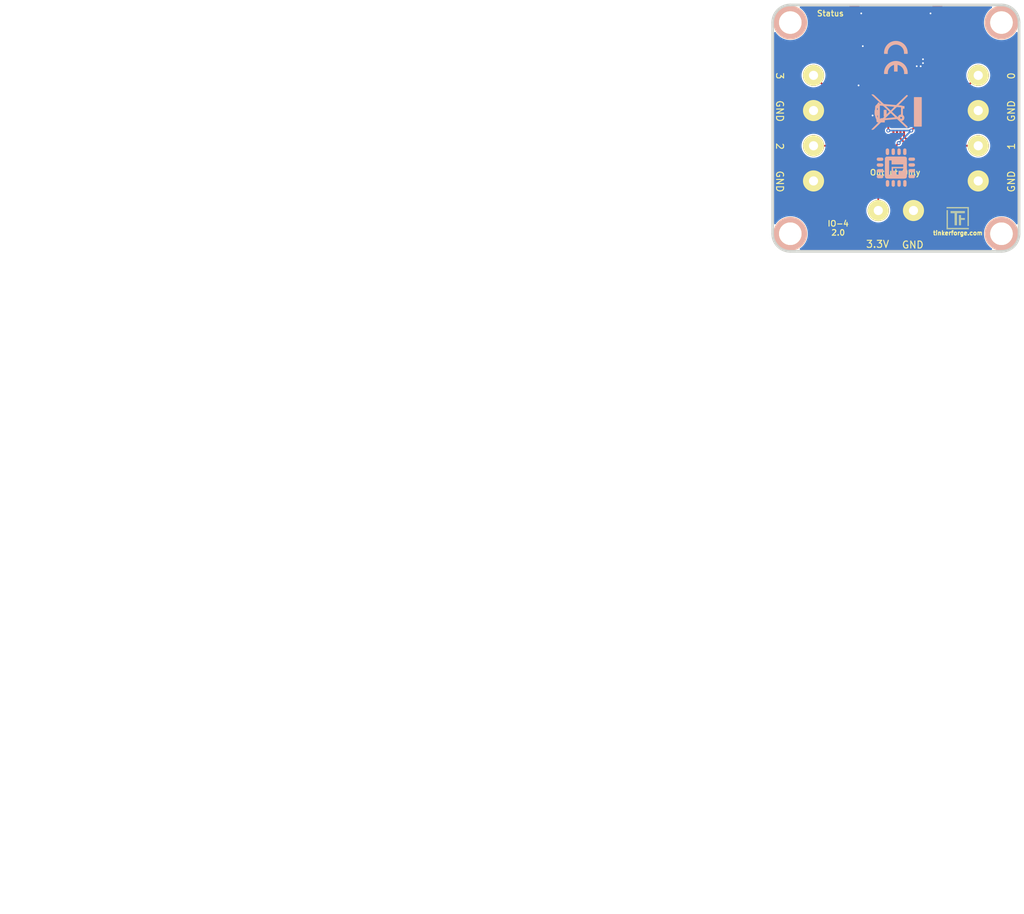
<source format=kicad_pcb>
(kicad_pcb (version 20211014) (generator pcbnew)
  (title_block (title "IO4 Bricklet 2.0") (date "2023-01-27") (rev "2.0") (company "Tinkerforge GmbH") (comment 1 "Licensed under CERN OHL v.1.1") (comment 2 "Copyright (©) 2023, T.Schneidermann <tim@tinkerforge.com>"))
  (layers (0 "F.Cu" signal "Vorderseite") (31 "B.Cu" signal "Rückseite") (34 "B.Paste" user) (35 "F.Paste" user) (36 "B.SilkS" user "B.Silkscreen") (37 "F.SilkS" user "F.Silkscreen") (38 "B.Mask" user) (39 "F.Mask" user) (44 "Edge.Cuts" user))
  (net 0 "")
  (net 1 "GND")
  (net 2 "VCC")
  (net 3 "Net-(J1-Pad1)")
  (net 4 "Net-(J2-Pad1)")
  (net 5 "Net-(J3-Pad2)")
  (net 6 "Net-(J4-Pad2)")
  (net 7 "Net-(P1-Pad1)")
  (net 8 "Net-(P1-Pad6)")
  (net 9 "Net-(C1-Pad1)")
  (net 10 "Net-(D1-Pad2)")
  (net 11 "Net-(P1-Pad4)")
  (net 12 "Net-(P1-Pad5)")
  (net 13 "Net-(P2-Pad1)")
  (net 14 "Net-(P3-Pad2)")
  (net 15 "Net-(R1-Pad1)")
  (net 16 "IO-1")
  (net 17 "IO-2")
  (net 18 "IO-3")
  (net 19 "IO-4")
  (net 20 "S-MISO")
  (net 21 "S-MOSI")
  (net 22 "S-CLK")
  (net 23 "S-CS")
  (net 24 "Net-(U1-Pad2)")
  (net 25 "Net-(U1-Pad3)")
  (net 26 "Net-(U1-Pad5)")
  (net 27 "Net-(U1-Pad6)")
  (net 28 "Net-(U1-Pad8)")
  (net 29 "Net-(U1-Pad16)")
  (net 30 "Net-(U1-Pad17)")
  (net 31 "Net-(U1-Pad18)")
  (net 32 "Net-(U1-Pad19)")
  (net 33 "Net-(U1-Pad20)")
  (net 34 "Net-(U1-Pad21)")
  (footprint "kicad-libraries:Logo_31x31" (layer "F.Cu") (at 148.4 95.6)
    (fp_text reference "Ref**" hide)
    (fp_text value "Val**" hide)
  )
  (footprint "kicad-libraries:Fiducial_Mark" (layer "F.Cu") (at 151.2 71.4 90)
    (fp_text reference "Fiducial_Mark" hide)
    (fp_text value "VAL**" hide)
    (pad "1" smd circle locked (at 0 0 90) (size 1.00076 1.00076) (layers "F.Cu" "F.Paste" "F.Mask") (clearance 0.65024))
  )
  (footprint "kicad-libraries:Fiducial_Mark" (layer "F.Cu") (at 130.2 96.4 90)
    (fp_text reference "Fiducial_Mark" hide)
    (fp_text value "VAL**" hide)
    (pad "1" smd circle locked (at 0 0 90) (size 1.00076 1.00076) (layers "F.Cu" "F.Paste" "F.Mask") (clearance 0.65024))
  )
  (footprint "kicad-libraries:DEBUG_PAD" (layer "F.Cu") (at 144 79.3 90)
    (fp_text reference "P2")
    (fp_text value "DEBUG")
    (pad "1" smd circle locked (at 0 0 90) (size 0.7 0.7) (layers "F.Cu" "F.Paste" "F.Mask") (net 13 "Net-(P2-Pad1)"))
  )
  (footprint "kicad-libraries:QFN24-4x4mm-0.5mm" (layer "F.Cu") (at 140 79.1)
    (fp_text reference "U1")
    (fp_text value "XMC1100")
    (pad "1" smd oval locked (at -2.025 -1.25) (size 1 0.3) (layers "F.Cu" "F.Paste" "F.Mask") (net 20 "S-MISO"))
    (pad "2" smd oval locked (at -2.025 -0.75) (size 1 0.3) (layers "F.Cu" "F.Paste" "F.Mask") (net 24 "Net-(U1-Pad2)"))
    (pad "3" smd oval locked (at -2.025 -0.25) (size 1 0.3) (layers "F.Cu" "F.Paste" "F.Mask") (net 25 "Net-(U1-Pad3)"))
    (pad "4" smd oval locked (at -2.025 0.25) (size 1 0.3) (layers "F.Cu" "F.Paste" "F.Mask") (net 14 "Net-(P3-Pad2)"))
    (pad "5" smd oval locked (at -2.025 0.75) (size 1 0.3) (layers "F.Cu" "F.Paste" "F.Mask") (net 26 "Net-(U1-Pad5)"))
    (pad "6" smd oval locked (at -2.025 1.25) (size 1 0.3) (layers "F.Cu" "F.Paste" "F.Mask") (net 27 "Net-(U1-Pad6)"))
    (pad "7" smd oval locked (at -1.25 2.025 90) (size 1 0.3) (layers "F.Cu" "F.Paste" "F.Mask") (net 15 "Net-(R1-Pad1)"))
    (pad "8" smd oval locked (at -0.75 2.025 90) (size 1 0.3) (layers "F.Cu" "F.Paste" "F.Mask") (net 28 "Net-(U1-Pad8)"))
    (pad "9" smd oval locked (at -0.25 2.025 90) (size 1 0.3) (layers "F.Cu" "F.Paste" "F.Mask") (net 1 "GND"))
    (pad "10" smd oval locked (at 0.25 2.025 90) (size 1 0.3) (layers "F.Cu" "F.Paste" "F.Mask") (net 2 "VCC"))
    (pad "11" smd oval locked (at 0.75 2.025 90) (size 1 0.3) (layers "F.Cu" "F.Paste" "F.Mask") (net 19 "IO-4"))
    (pad "12" smd oval locked (at 1.25 2.025 90) (size 1 0.3) (layers "F.Cu" "F.Paste" "F.Mask") (net 18 "IO-3"))
    (pad "13" smd oval locked (at 2.025 1.25) (size 1 0.3) (layers "F.Cu" "F.Paste" "F.Mask") (net 17 "IO-2"))
    (pad "14" smd oval locked (at 2.025 0.75) (size 1 0.3) (layers "F.Cu" "F.Paste" "F.Mask") (net 16 "IO-1"))
    (pad "15" smd oval locked (at 2.025 0.25) (size 1 0.3) (layers "F.Cu" "F.Paste" "F.Mask") (net 13 "Net-(P2-Pad1)"))
    (pad "16" smd oval locked (at 2.025 -0.25) (size 1 0.3) (layers "F.Cu" "F.Paste" "F.Mask") (net 29 "Net-(U1-Pad16)"))
    (pad "17" smd oval locked (at 2.025 -0.75) (size 1 0.3) (layers "F.Cu" "F.Paste" "F.Mask") (net 30 "Net-(U1-Pad17)"))
    (pad "18" smd oval locked (at 2.025 -1.25) (size 1 0.3) (layers "F.Cu" "F.Paste" "F.Mask") (net 31 "Net-(U1-Pad18)"))
    (pad "19" smd oval locked (at 1.25 -2.025 90) (size 1 0.3) (layers "F.Cu" "F.Paste" "F.Mask") (net 32 "Net-(U1-Pad19)"))
    (pad "20" smd oval locked (at 0.75 -2.025 90) (size 1 0.3) (layers "F.Cu" "F.Paste" "F.Mask") (net 33 "Net-(U1-Pad20)"))
    (pad "21" smd oval locked (at 0.25 -2.025 90) (size 1 0.3) (layers "F.Cu" "F.Paste" "F.Mask") (net 34 "Net-(U1-Pad21)"))
    (pad "22" smd oval locked (at -0.25 -2.025 90) (size 1 0.3) (layers "F.Cu" "F.Paste" "F.Mask") (net 23 "S-CS"))
    (pad "23" smd oval locked (at -0.75 -2.025 90) (size 1 0.3) (layers "F.Cu" "F.Paste" "F.Mask") (net 22 "S-CLK"))
    (pad "24" smd oval locked (at -1.25 -2.025 90) (size 1 0.3) (layers "F.Cu" "F.Paste" "F.Mask") (net 21 "S-MOSI"))
    (pad "EXP" smd rect locked (at -0.65 -0.65) (size 1.3 1.3) (layers "F.Cu" "F.Paste" "F.Mask") (net 1 "GND"))
    (pad "EXP" smd rect locked (at 0.65 0.65) (size 1.3 1.3) (layers "F.Cu" "F.Paste" "F.Mask") (net 1 "GND"))
    (pad "EXP" smd rect locked (at 0.65 -0.65) (size 1.3 1.3) (layers "F.Cu" "F.Paste" "F.Mask") (net 1 "GND"))
    (pad "EXP" smd rect locked (at -0.65 0.65) (size 1.3 1.3) (layers "F.Cu" "F.Paste" "F.Mask") (net 1 "GND"))
  )
  (footprint "kicad-libraries:Fiducial_Mark" (layer "F.Cu") (at 147.2 90.4 90)
    (fp_text reference "Fiducial_Mark" hide)
    (fp_text value "VAL**" hide)
    (pad "1" smd circle locked (at 0 0 90) (size 1.00076 1.00076) (layers "F.Cu" "F.Paste" "F.Mask") (clearance 0.65024))
  )
  (footprint "kicad-libraries:C0402F" (layer "F.Cu") (at 137 73.4 180)
    (fp_text reference "C1")
    (fp_text value "220pF")
    (pad "1" smd rect locked (at -0.5 0 180) (size 0.6 0.7) (layers "F.Cu" "F.Paste" "F.Mask") (net 9 "Net-(C1-Pad1)"))
    (pad "2" smd rect locked (at 0.5 0 180) (size 0.6 0.7) (layers "F.Cu" "F.Paste" "F.Mask") (net 1 "GND"))
  )
  (footprint "kicad-libraries:C0805" (layer "F.Cu") (at 143.6 73.4)
    (fp_text reference "C2")
    (fp_text value "10uF")
    (pad "1" smd rect locked (at -1.00076 0) (size 1.00076 1.24968) (layers "F.Cu" "F.Paste" "F.Mask") (net 2 "VCC") (clearance 0.14986))
    (pad "2" smd rect locked (at 1.00076 0) (size 1.00076 1.24968) (layers "F.Cu" "F.Paste" "F.Mask") (net 1 "GND") (clearance 0.14986))
  )
  (footprint "kicad-libraries:C0603F" (layer "F.Cu") (at 143.6 74.9)
    (fp_text reference "C3")
    (fp_text value "1uF")
    (pad "1" smd rect locked (at -0.75 0) (size 0.9 0.9) (layers "F.Cu" "F.Paste" "F.Mask") (net 2 "VCC"))
    (pad "2" smd rect locked (at 0.75 0) (size 0.9 0.9) (layers "F.Cu" "F.Paste" "F.Mask") (net 1 "GND"))
  )
  (footprint "kicad-libraries:C0603F" (layer "F.Cu") (at 139.4 82.6 180)
    (fp_text reference "C4")
    (fp_text value "100nF")
    (pad "1" smd rect locked (at -0.75 0 180) (size 0.9 0.9) (layers "F.Cu" "F.Paste" "F.Mask") (net 2 "VCC"))
    (pad "2" smd rect locked (at 0.75 0 180) (size 0.9 0.9) (layers "F.Cu" "F.Paste" "F.Mask") (net 1 "GND"))
  )
  (footprint "kicad-libraries:D0603F" (layer "F.Cu") (at 131.9 69.5 180)
    (fp_text reference "D1")
    (fp_text value "blue")
    (pad "1" smd rect locked (at -0.75 0 180) (size 0.9 0.9) (layers "F.Cu" "F.Paste" "F.Mask") (net 2 "VCC"))
    (pad "2" smd rect locked (at 0.75 0 180) (size 0.9 0.9) (layers "F.Cu" "F.Paste" "F.Mask") (net 10 "Net-(D1-Pad2)"))
  )
  (footprint "kicad-libraries:AKL_5_2" (layer "F.Cu") (at 152.9 79.4 -90)
    (fp_text reference "J1")
    (fp_text value "AKL_5_2")
    (pad "1" thru_hole circle locked (at -2.49936 0 270) (size 2.99974 2.99974) (drill 1.30048) (layers *.Cu *.Mask "F.SilkS") (net 3 "Net-(J1-Pad1)"))
    (pad "2" thru_hole circle locked (at 2.49936 0 270) (size 2.99974 2.99974) (drill 1.30048) (layers *.Cu *.Mask "F.SilkS") (net 1 "GND"))
  )
  (footprint "kicad-libraries:AKL_5_2" (layer "F.Cu") (at 152.9 89.4 -90)
    (fp_text reference "J2")
    (fp_text value "AKL_5_2")
    (pad "1" thru_hole circle locked (at -2.49936 0 270) (size 2.99974 2.99974) (drill 1.30048) (layers *.Cu *.Mask "F.SilkS") (net 4 "Net-(J2-Pad1)"))
    (pad "2" thru_hole circle locked (at 2.49936 0 270) (size 2.99974 2.99974) (drill 1.30048) (layers *.Cu *.Mask "F.SilkS") (net 1 "GND"))
  )
  (footprint "kicad-libraries:AKL_5_2" (layer "F.Cu") (at 129.5 89.4 90)
    (fp_text reference "J3")
    (fp_text value "AKL_5_2")
    (pad "1" thru_hole circle locked (at -2.49936 0 90) (size 2.99974 2.99974) (drill 1.30048) (layers *.Cu *.Mask "F.SilkS") (net 1 "GND"))
    (pad "2" thru_hole circle locked (at 2.49936 0 90) (size 2.99974 2.99974) (drill 1.30048) (layers *.Cu *.Mask "F.SilkS") (net 5 "Net-(J3-Pad2)"))
  )
  (footprint "kicad-libraries:AKL_5_2" (layer "F.Cu") (at 129.5 79.4 90)
    (fp_text reference "J4")
    (fp_text value "AKL_5_2")
    (pad "1" thru_hole circle locked (at -2.49936 0 90) (size 2.99974 2.99974) (drill 1.30048) (layers *.Cu *.Mask "F.SilkS") (net 1 "GND"))
    (pad "2" thru_hole circle locked (at 2.49936 0 90) (size 2.99974 2.99974) (drill 1.30048) (layers *.Cu *.Mask "F.SilkS") (net 6 "Net-(J4-Pad2)"))
  )
  (footprint "kicad-libraries:AKL_5_2" (layer "F.Cu") (at 141.2 96.1 180)
    (fp_text reference "J5")
    (fp_text value "AKL_5_2")
    (pad "1" thru_hole circle locked (at -2.49936 0 180) (size 2.99974 2.99974) (drill 1.30048) (layers *.Cu *.Mask "F.SilkS") (net 1 "GND"))
    (pad "2" thru_hole circle locked (at 2.49936 0 180) (size 2.99974 2.99974) (drill 1.30048) (layers *.Cu *.Mask "F.SilkS") (net 2 "VCC"))
  )
  (footprint "kicad-libraries:CON-SENSOR2" (layer "F.Cu") (at 141.2 66.9 180)
    (fp_text reference "P1")
    (fp_text value "CON-SENSOR2")
    (pad "1" smd rect locked (at -3.75 -4.6 180) (size 0.6 1.8) (layers "F.Cu" "F.Paste" "F.Mask") (net 7 "Net-(P1-Pad1)"))
    (pad "2" smd rect locked (at -2.5 -4.6 180) (size 0.6 1.8) (layers "F.Cu" "F.Paste" "F.Mask") (net 1 "GND"))
    (pad "3" smd rect locked (at -1.25 -4.6 180) (size 0.6 1.8) (layers "F.Cu" "F.Paste" "F.Mask") (net 2 "VCC"))
    (pad "4" smd rect locked (at 0 -4.6 180) (size 0.6 1.8) (layers "F.Cu" "F.Paste" "F.Mask") (net 11 "Net-(P1-Pad4)"))
    (pad "5" smd rect locked (at 1.25 -4.6 180) (size 0.6 1.8) (layers "F.Cu" "F.Paste" "F.Mask") (net 12 "Net-(P1-Pad5)"))
    (pad "6" smd rect locked (at 2.5 -4.6 180) (size 0.6 1.8) (layers "F.Cu" "F.Paste" "F.Mask") (net 8 "Net-(P1-Pad6)"))
    (pad "7" smd rect locked (at 3.75 -4.6 180) (size 0.6 1.8) (layers "F.Cu" "F.Paste" "F.Mask") (net 9 "Net-(C1-Pad1)"))
    (pad "EP" smd rect locked (at -5.9 -1.2 180) (size 1.4 2.4) (layers "F.Cu" "F.Paste" "F.Mask") (net 1 "GND"))
    (pad "EP" smd rect locked (at 5.9 -1.2 180) (size 1.4 2.4) (layers "F.Cu" "F.Paste" "F.Mask") (net 1 "GND"))
  )
  (footprint "kicad-libraries:SolderJumper" (layer "F.Cu") (at 136.1 79.3)
    (fp_text reference "P3")
    (fp_text value "BOOT")
    (pad "1" smd rect locked (at -0.225 0.55) (size 0.95 0.3) (layers "F.Cu" "F.Mask") (net 1 "GND"))
    (pad "1" smd rect locked (at -0.5 0) (size 0.4 1.4) (layers "F.Cu" "F.Mask") (net 1 "GND"))
    (pad "1" smd rect locked (at -0.225 -0.55) (size 0.95 0.3) (layers "F.Cu" "F.Mask") (net 1 "GND"))
    (pad "2" smd rect locked (at 0.15 0) (size 0.6 0.5) (layers "F.Cu" "F.Mask") (net 14 "Net-(P3-Pad2)"))
    (pad "2" smd rect locked (at 0.55 0) (size 0.3 1.4) (layers "F.Cu" "F.Mask") (net 14 "Net-(P3-Pad2)"))
  )
  (footprint "kicad-libraries:R0603F" (layer "F.Cu") (at 131.9 70.9 180)
    (fp_text reference "R1")
    (fp_text value "1k")
    (pad "1" smd rect locked (at -0.75 0 180) (size 0.9 0.9) (layers "F.Cu" "F.Paste" "F.Mask") (net 15 "Net-(R1-Pad1)"))
    (pad "2" smd rect locked (at 0.75 0 180) (size 0.9 0.9) (layers "F.Cu" "F.Paste" "F.Mask") (net 10 "Net-(D1-Pad2)"))
  )
  (footprint "kicad-libraries:4X0402" (layer "F.Cu") (at 141.6 84.5 180)
    (fp_text reference "RP1")
    (fp_text value "82")
    (pad "1" smd rect locked (at -0.7493 0.575) (size 0.29972 0.65) (layers "F.Cu" "F.Paste" "F.Mask") (net 16 "IO-1"))
    (pad "2" smd rect locked (at -0.24892 0.575) (size 0.29972 0.65) (layers "F.Cu" "F.Paste" "F.Mask") (net 17 "IO-2"))
    (pad "3" smd rect locked (at 0.24892 0.575) (size 0.29972 0.65) (layers "F.Cu" "F.Paste" "F.Mask") (net 18 "IO-3"))
    (pad "4" smd rect locked (at 0.7493 0.575) (size 0.29972 0.65) (layers "F.Cu" "F.Paste" "F.Mask") (net 19 "IO-4"))
    (pad "5" smd rect locked (at 0.7493 -0.575 180) (size 0.29972 0.65) (layers "F.Cu" "F.Paste" "F.Mask") (net 6 "Net-(J4-Pad2)"))
    (pad "6" smd rect locked (at 0.24892 -0.575 180) (size 0.29972 0.65) (layers "F.Cu" "F.Paste" "F.Mask") (net 5 "Net-(J3-Pad2)"))
    (pad "7" smd rect locked (at -0.24892 -0.575 180) (size 0.29972 0.65) (layers "F.Cu" "F.Paste" "F.Mask") (net 4 "Net-(J2-Pad1)"))
    (pad "8" smd rect locked (at -0.7493 -0.575 180) (size 0.29972 0.65) (layers "F.Cu" "F.Paste" "F.Mask") (net 3 "Net-(J1-Pad1)"))
  )
  (footprint "kicad-libraries:4X0402" (layer "F.Cu") (at 139.3 74 180)
    (fp_text reference "RP2")
    (fp_text value "82")
    (pad "1" smd rect locked (at -0.7493 0.575) (size 0.29972 0.65) (layers "F.Cu" "F.Paste" "F.Mask") (net 11 "Net-(P1-Pad4)"))
    (pad "2" smd rect locked (at -0.24892 0.575) (size 0.29972 0.65) (layers "F.Cu" "F.Paste" "F.Mask") (net 12 "Net-(P1-Pad5)"))
    (pad "3" smd rect locked (at 0.24892 0.575) (size 0.29972 0.65) (layers "F.Cu" "F.Paste" "F.Mask") (net 8 "Net-(P1-Pad6)"))
    (pad "4" smd rect locked (at 0.7493 0.575) (size 0.29972 0.65) (layers "F.Cu" "F.Paste" "F.Mask") (net 9 "Net-(C1-Pad1)"))
    (pad "5" smd rect locked (at 0.7493 -0.575 180) (size 0.29972 0.65) (layers "F.Cu" "F.Paste" "F.Mask") (net 20 "S-MISO"))
    (pad "6" smd rect locked (at 0.24892 -0.575 180) (size 0.29972 0.65) (layers "F.Cu" "F.Paste" "F.Mask") (net 21 "S-MOSI"))
    (pad "7" smd rect locked (at -0.24892 -0.575 180) (size 0.29972 0.65) (layers "F.Cu" "F.Paste" "F.Mask") (net 22 "S-CLK"))
    (pad "8" smd rect locked (at -0.7493 -0.575 180) (size 0.29972 0.65) (layers "F.Cu" "F.Paste" "F.Mask") (net 23 "S-CS"))
  )
  (footprint "kicad-libraries:DRILL_NP" (layer "F.Cu") (at 126.2 69.4 90)
    (fp_text reference "U2" hide)
    (fp_text value "DRILL" hide)
    (pad "" np_thru_hole circle (at 0 0 90) (size 3.2 3.2) (drill 3.2) (layers F&B.Cu *.Mask) (clearance 0.89))
  )
  (footprint "kicad-libraries:DRILL_NP" (layer "F.Cu") (at 156.2 69.4 180)
    (fp_text reference "U3" hide)
    (fp_text value "DRILL" hide)
    (pad "" np_thru_hole circle (at 0 0 180) (size 3.2 3.2) (drill 3.2) (layers F&B.Cu *.Mask) (clearance 0.89))
  )
  (footprint "kicad-libraries:DRILL_NP" (layer "F.Cu") (at 156.2 99.4 90)
    (fp_text reference "U4" hide)
    (fp_text value "DRILL" hide)
    (pad "" np_thru_hole circle (at 0 0 90) (size 3.2 3.2) (drill 3.2) (layers F&B.Cu *.Mask) (clearance 0.89))
  )
  (footprint "kicad-libraries:DRILL_NP" (layer "F.Cu") (at 126.2 99.4 180)
    (fp_text reference "U5" hide)
    (fp_text value "DRILL" hide)
    (pad "" np_thru_hole circle (at 0 0 180) (size 3.2 3.2) (drill 3.2) (layers F&B.Cu *.Mask) (clearance 0.89))
  )
  (footprint "kicad-libraries:WEEE_7mm" (layer "B.Cu") (at 141.3 82.1 -90)
    (fp_text reference "VAL" hide)
    (fp_text value "WEEE_7mm" hide)
  )
  (footprint "kicad-libraries:CE_5mm" (layer "B.Cu") (at 141.2 74.4 -90)
    (fp_text reference "VAL" hide)
    (fp_text value "CE_5mm" hide)
  )
  (footprint "kicad-libraries:Logo_CoMCU" (layer "B.Cu") (at 141.2 90 -90)
    (fp_text reference "G***" hide)
    (fp_text value "LOGO" hide)
  )
  (gr_line (start 156.2 101.9) (end 126.2 101.9) (layer "Edge.Cuts") (width 0.381))
  (gr_line (start 123.7 99.4) (end 123.7 69.4) (layer "Edge.Cuts") (width 0.381))
  (gr_arc (start 123.7 69.4) (mid 124.432233 67.632233) (end 126.2 66.9) (layer "Edge.Cuts") (width 0.381))
  (gr_arc (start 158.7 99.4) (mid 157.967767 101.167767) (end 156.2 101.9) (layer "Edge.Cuts") (width 0.381))
  (gr_arc (start 126.2 101.9) (mid 124.432233 101.167767) (end 123.7 99.4) (layer "Edge.Cuts") (width 0.381))
  (gr_line (start 158.7 69.4) (end 158.7 99.4) (layer "Edge.Cuts") (width 0.381))
  (gr_arc (start 156.2 66.9) (mid 157.967767 67.632233) (end 158.7 69.4) (layer "Edge.Cuts") (width 0.381))
  (gr_line (start 126.2 66.9) (end 156.2 66.9) (layer "Edge.Cuts") (width 0.381))
  (gr_text "GND" (at 157.60244 81.9756 90) (layer "F.SilkS") (effects (font (size 1.00076 1.00076) (thickness 0.14986))))
  (gr_text "GND" (at 124.70182 81.9756 270) (layer "F.SilkS") (effects (font (size 1.00076 1.00076) (thickness 0.14986))))
  (gr_text "Output Only" (at 141.1 90.7) (layer "F.SilkS") (effects (font (size 0.8001 0.8001) (thickness 0.14986))))
  (gr_text "GND" (at 157.60244 91.97558 90) (layer "F.SilkS") (effects (font (size 1.00076 1.00076) (thickness 0.14986))))
  (gr_text "2" (at 124.70182 86.97686 270) (layer "F.SilkS") (effects (font (size 1.00076 1.00076) (thickness 0.14986))))
  (gr_text "GND" (at 124.70182 91.97558 270) (layer "F.SilkS") (effects (font (size 1.00076 1.00076) (thickness 0.14986))))
  (gr_text "1" (at 157.60244 86.97686 90) (layer "F.SilkS") (effects (font (size 1.00076 1.00076) (thickness 0.14986))))
  (gr_text "3.3V" (at 138.6007 100.87734) (layer "F.SilkS") (effects (font (size 1.00076 1.00076) (thickness 0.14986))))
  (gr_text "Status" (at 131.9 68.1) (layer "F.SilkS") (effects (font (size 0.8 0.8))))
  (gr_text "GND" (at 143.60196 100.97734) (layer "F.SilkS") (effects (font (size 1.00076 1.00076) (thickness 0.14986))))
  (gr_text "IO-4\n2.0\n" (at 133 98.6) (layer "F.SilkS") (effects (font (size 0.8001 0.8001) (thickness 0.14986))))
  (gr_text "3" (at 124.70182 76.97688 270) (layer "F.SilkS") (effects (font (size 1.00076 1.00076) (thickness 0.14986))))
  (gr_text "0" (at 157.60244 76.97688 90) (layer "F.SilkS") (effects (font (size 1.00076 1.00076) (thickness 0.14986))))
  (gr_text "tinkerforge.com" (at 150 99.3) (layer "F.SilkS") (effects (font (size 0.6 0.6) (thickness 0.14986))))
  (segment (start 139.4 78.44) (end 140.7 78.44) (width 0.55) (layer "F.Cu") (net 1))
  (segment (start 140.7 78.44) (end 140.7 79.74) (width 0.55) (layer "F.Cu") (net 1))
  (segment (start 140.7 79.74) (end 139.4 79.74) (width 0.55) (layer "F.Cu") (net 1))
  (segment (start 143.95 73.39) (end 143.7 73.14) (width 0.5) (layer "F.Cu") (net 1))
  (segment (start 143.7 73.14) (end 143.7 71.5) (width 0.5) (layer "F.Cu") (net 1))
  (segment (start 144.32 74.36) (end 144.61076 74.06924) (width 0.5) (layer "F.Cu") (net 1))
  (segment (start 144.61076 74.06924) (end 144.61076 73.39) (width 0.5) (layer "F.Cu") (net 1))
  (segment (start 135.67 79.88) (end 135.61 79.82) (width 0.2) (layer "F.Cu") (net 1))
  (segment (start 135.61 79.82) (end 135.61 79.32) (width 0.2) (layer "F.Cu") (net 1))
  (segment (start 135.61 79.32) (end 135.62 79.33) (width 0.2) (layer "F.Cu") (net 1))
  (segment (start 135.62 78.81) (end 135.66 78.77) (width 0.2) (layer "F.Cu") (net 1))
  (segment (start 135.66 78.77) (end 136.01 78.77) (width 0.2) (layer "F.Cu") (net 1))
  (segment (start 136.01 78.77) (end 135.895 78.78) (width 0.2) (layer "F.Cu") (net 1))
  (segment (start 135.895 78.335) (end 135.9 78.33) (width 0.2) (layer "F.Cu") (net 1))
  (segment (start 144.78 74.88) (end 145.05 74.61) (width 0.55) (layer "F.Cu") (net 1))
  (segment (start 144.77 74.88) (end 145.05 75.16) (width 0.55) (layer "F.Cu") (net 1))
  (segment (start 144.32 75.21) (end 144.72 75.61) (width 0.55) (layer "F.Cu") (net 1))
  (segment (start 144.32 75.44) (end 144.16 75.6) (width 0.55) (layer "F.Cu") (net 1))
  (segment (start 144.71 75.6) (end 144.72 75.61) (width 0.55) (layer "F.Cu") (net 1))
  (segment (start 145.05 75.28) (end 144.72 75.61) (width 0.55) (layer "F.Cu") (net 1))
  (segment (start 144.16 75.04) (end 144.32 74.88) (width 0.55) (layer "F.Cu") (net 1))
  (segment (start 144.16 75.6) (end 144.71 75.6) (width 0.55) (layer "F.Cu") (net 1))
  (segment (start 135.3 68.1) (end 136.28 68.1) (width 0.55) (layer "F.Cu") (net 1))
  (segment (start 145.05 75.16) (end 145.05 75.28) (width 0.55) (layer "F.Cu") (net 1))
  (segment (start 139.75 80.09) (end 139.4 79.74) (width 0.2) (layer "F.Cu") (net 1))
  (segment (start 136.5 73.4) (end 136.5 72.75) (width 0.55) (layer "F.Cu") (net 1))
  (segment (start 144.78 74.88) (end 144.32 74.88) (width 0.55) (layer "F.Cu") (net 1))
  (segment (start 144.32 75.44) (end 144.32 74.88) (width 0.55) (layer "F.Cu") (net 1))
  (segment (start 135.895 78.78) (end 135.895 78.335) (width 0.2) (layer "F.Cu") (net 1))
  (segment (start 144.16 75.6) (end 144.16 75.04) (width 0.55) (layer "F.Cu") (net 1))
  (segment (start 139.75 81.59) (end 139.75 80.09) (width 0.2) (layer "F.Cu") (net 1))
  (segment (start 138.62 82.6) (end 137.89 82.6) (width 0.55) (layer "F.Cu") (net 1))
  (segment (start 139.13 82.6) (end 139.35 82.38) (width 0.2) (layer "F.Cu") (net 1))
  (segment (start 144.61076 73.39) (end 143.95 73.39) (width 0.5) (layer "F.Cu") (net 1))
  (segment (start 139.35 81.99) (end 139.75 81.59) (width 0.2) (layer "F.Cu") (net 1))
  (segment (start 135.895 79.88) (end 135.67 79.88) (width 0.2) (layer "F.Cu") (net 1))
  (segment (start 138.62 82.6) (end 139.13 82.6) (width 0.2) (layer "F.Cu") (net 1))
  (segment (start 145.05 75.16) (end 145.05 74.61) (width 0.55) (layer "F.Cu") (net 1))
  (segment (start 135.62 79.33) (end 135.62 78.81) (width 0.2) (layer "F.Cu") (net 1))
  (segment (start 144.32 74.88) (end 144.32 74.36) (width 0.5) (layer "F.Cu") (net 1))
  (segment (start 139.4 79.74) (end 139.4 78.44) (width 0.55) (layer "F.Cu") (net 1))
  (segment (start 147.1 68.1) (end 146.12 68.1) (width 0.55) (layer "F.Cu") (net 1))
  (segment (start 139.35 82.38) (end 139.35 81.99) (width 0.2) (layer "F.Cu") (net 1))
  (segment (start 144.32 74.88) (end 144.77 74.88) (width 0.55) (layer "F.Cu") (net 1))
  (via (at 144.72 75.61) (size 0.55) (drill 0.25) (layers "F.Cu" "B.Cu") (net 1))
  (via (at 136.28 68.1) (size 0.55) (drill 0.25) (layers "F.Cu" "B.Cu") (net 1))
  (via (at 144.16 75.6) (size 0.55) (drill 0.25) (layers "F.Cu" "B.Cu") (net 1))
  (via (at 136.5 72.75) (size 0.55) (drill 0.25) (layers "F.Cu" "B.Cu") (net 1))
  (via (at 146.12 68.1) (size 0.55) (drill 0.25) (layers "F.Cu" "B.Cu") (net 1))
  (via (at 135.9 78.33) (size 0.55) (drill 0.25) (layers "F.Cu" "B.Cu") (net 1))
  (via (at 145.05 74.61) (size 0.55) (drill 0.25) (layers "F.Cu" "B.Cu") (net 1))
  (via (at 145.05 75.16) (size 0.55) (drill 0.25) (layers "F.Cu" "B.Cu") (net 1))
  (via (at 137.89 82.6) (size 0.55) (drill 0.25) (layers "F.Cu" "B.Cu") (net 1))
  (segment (start 152.9009 91.97558) (end 152.90344 91.97558) (width 0.29972) (layer "B.Cu") (net 1))
  (segment (start 142.60924 72.84924) (end 142.45 72.69) (width 0.5) (layer "F.Cu") (net 2))
  (segment (start 142.45 72.69) (end 142.45 71.5) (width 0.5) (layer "F.Cu") (net 2))
  (segment (start 142.82 74.39) (end 142.60924 74.17924) (width 0.5) (layer "F.Cu") (net 2))
  (segment (start 142.60924 74.17924) (end 142.60924 73.39) (width 0.5) (layer "F.Cu") (net 2))
  (segment (start 142.06 74.88) (end 141.8 74.62) (width 0.25) (layer "F.Cu") (net 2))
  (segment (start 141.8 74.62) (end 141.8 70.42) (width 0.25) (layer "F.Cu") (net 2))
  (segment (start 141.8 70.42) (end 141.02 69.64) (width 0.25) (layer "F.Cu") (net 2))
  (segment (start 141.02 69.64) (end 132.79 69.64) (width 0.25) (layer "F.Cu") (net 2))
  (segment (start 132.79 69.64) (end 132.65 69.5) (width 0.2) (layer "F.Cu") (net 2))
  (segment (start 142.82 76.47) (end 144.81 78.46) (width 0.25) (layer "F.Cu") (net 2))
  (segment (start 144.81 78.46) (end 144.81 83.32) (width 0.25) (layer "F.Cu") (net 2))
  (segment (start 144.81 83.32) (end 143.39 84.74) (width 0.25) (layer "F.Cu") (net 2))
  (segment (start 140.12 84.74) (end 140.12 82.6) (width 0.25) (layer "F.Cu") (net 2))
  (segment (start 141.6 86.52) (end 138.70064 89.41936) (width 0.25) (layer "F.Cu") (net 2))
  (segment (start 138.70064 89.41936) (end 138.70064 96.1) (width 0.25) (layer "F.Cu") (net 2))
  (segment (start 140.12 81.96) (end 140.12 82.6) (width 0.2) (layer "F.Cu") (net 2))
  (segment (start 142.60924 73.39) (end 142.60924 72.84924) (width 0.5) (layer "F.Cu") (net 2))
  (segment (start 142.82 74.88) (end 142.82 74.39) (width 0.5) (layer "F.Cu") (net 2))
  (segment (start 142.82 74.88) (end 142.82 76.47) (width 0.25) (layer "F.Cu") (net 2))
  (segment (start 140.25 81.83) (end 140.12 81.96) (width 0.2) (layer "F.Cu") (net 2))
  (segment (start 142.82 74.88) (end 142.06 74.88) (width 0.25) (layer "F.Cu") (net 2))
  (segment (start 140.25 81.125) (end 140.25 81.83) (width 0.2) (layer "F.Cu") (net 2))
  (via (at 143.39 84.74) (size 0.55) (drill 0.25) (layers "F.Cu" "B.Cu") (net 2))
  (via (at 140.12 84.74) (size 0.55) (drill 0.25) (layers "F.Cu" "B.Cu") (net 2))
  (via (at 141.6 86.52) (size 0.55) (drill 0.25) (layers "F.Cu" "B.Cu") (net 2))
  (segment (start 143.39 84.74) (end 140.12 84.74) (width 0.25) (layer "B.Cu") (net 2))
  (segment (start 143.38 84.74) (end 141.6 86.52) (width 0.25) (layer "B.Cu") (net 2))
  (segment (start 143.39 84.74) (end 143.38 84.74) (width 0.25) (layer "B.Cu") (net 2))
  (segment (start 142.3493 85.6193) (end 142.65 85.92) (width 0.25) (layer "F.Cu") (net 3))
  (segment (start 142.65 85.92) (end 143.88064 85.92) (width 0.25) (layer "F.Cu") (net 3))
  (segment (start 143.88064 85.92) (end 152.9 76.90064) (width 0.25) (layer "F.Cu") (net 3))
  (segment (start 142.3493 85.075) (end 142.3493 85.6193) (width 0.25) (layer "F.Cu") (net 3))
  (segment (start 141.84892 85.87892) (end 142.87064 86.90064) (width 0.25) (layer "F.Cu") (net 4))
  (segment (start 142.87064 86.90064) (end 152.9 86.90064) (width 0.25) (layer "F.Cu") (net 4))
  (segment (start 141.84892 85.075) (end 141.84892 85.87892) (width 0.25) (layer "F.Cu") (net 4))
  (segment (start 141.35108 85.77892) (end 140.22936 86.90064) (width 0.25) (layer "F.Cu") (net 5))
  (segment (start 140.22936 86.90064) (end 129.5 86.90064) (width 0.25) (layer "F.Cu") (net 5))
  (segment (start 141.35108 85.075) (end 141.35108 85.77892) (width 0.25) (layer "F.Cu") (net 5))
  (segment (start 140.8507 85.5793) (end 140.5 85.93) (width 0.25) (layer "F.Cu") (net 6))
  (segment (start 140.5 85.93) (end 138.52936 85.93) (width 0.25) (layer "F.Cu") (net 6))
  (segment (start 138.52936 85.93) (end 129.5 76.90064) (width 0.25) (layer "F.Cu") (net 6))
  (segment (start 140.8507 85.075) (end 140.8507 85.5793) (width 0.25) (layer "F.Cu") (net 6))
  (segment (start 138.7 72.5) (end 139.05108 72.85108) (width 0.2) (layer "F.Cu") (net 8))
  (segment (start 139.05108 72.85108) (end 139.05108 73.425) (width 0.2) (layer "F.Cu") (net 8))
  (segment (start 138.7 71.5) (end 138.7 72.5) (width 0.2) (layer "F.Cu") (net 8))
  (segment (start 138.5257 73.4) (end 138.5507 73.425) (width 0.2) (layer "F.Cu") (net 9))
  (segment (start 137.45 73.35) (end 137.5 73.4) (width 0.2) (layer "F.Cu") (net 9))
  (segment (start 137.45 71.5) (end 137.45 73.35) (width 0.2) (layer "F.Cu") (net 9))
  (segment (start 137.65 73.4) (end 138.5257 73.4) (width 0.2) (layer "F.Cu") (net 9))
  (segment (start 131.15 70.9) (end 131.15 69.5) (width 0.4) (layer "F.Cu") (net 10))
  (segment (start 141.2 72.5) (end 141 72.7) (width 0.2) (layer "F.Cu") (net 11))
  (segment (start 141 72.7) (end 140.3 72.7) (width 0.2) (layer "F.Cu") (net 11))
  (segment (start 140.3 72.7) (end 140.0493 72.9507) (width 0.2) (layer "F.Cu") (net 11))
  (segment (start 140.0493 72.9507) (end 140.0493 73.425) (width 0.2) (layer "F.Cu") (net 11))
  (segment (start 141.2 71.5) (end 141.2 72.5) (width 0.2) (layer "F.Cu") (net 11))
  (segment (start 139.95 72.45) (end 139.54892 72.85108) (width 0.2) (layer "F.Cu") (net 12))
  (segment (start 139.54892 72.85108) (end 139.54892 73.425) (width 0.2) (layer "F.Cu") (net 12))
  (segment (start 139.95 71.5) (end 139.95 72.45) (width 0.2) (layer "F.Cu") (net 12))
  (segment (start 142.075 79.34) (end 143.96 79.34) (width 0.2) (layer "F.Cu") (net 13))
  (segment (start 136.67 79.33) (end 136.69 79.35) (width 0.2) (layer "F.Cu") (net 14))
  (segment (start 136.69 79.35) (end 138.015 79.35) (width 0.2) (layer "F.Cu") (net 14))
  (segment (start 133.89 70.9) (end 135.07 72.08) (width 0.25) (layer "F.Cu") (net 15))
  (segment (start 135.07 72.08) (end 135.07 80.31) (width 0.25) (layer "F.Cu") (net 15))
  (segment (start 135.07 80.31) (end 135.875 81.115) (width 0.25) (layer "F.Cu") (net 15))
  (segment (start 135.875 81.115) (end 138.8 81.115) (width 0.25) (layer "F.Cu") (net 15))
  (segment (start 132.65 70.9) (end 133.89 70.9) (width 0.25) (layer "F.Cu") (net 15))
  (segment (start 142.69 79.84) (end 143.14 80.29) (width 0.2) (layer "F.Cu") (net 16))
  (segment (start 143.14 80.29) (end 143.14 81.16) (width 0.2) (layer "F.Cu") (net 16))
  (segment (start 143.14 81.16) (end 142.3493 81.9507) (width 0.2) (layer "F.Cu") (net 16))
  (segment (start 142.3493 81.9507) (end 142.3493 83.925) (width 0.2) (layer "F.Cu") (net 16))
  (segment (start 142.075 79.84) (end 142.69 79.84) (width 0.2) (layer "F.Cu") (net 16))
  (segment (start 142.66 80.34) (end 142.76 80.44) (width 0.2) (layer "F.Cu") (net 17))
  (segment (start 142.76 80.44) (end 142.76 80.87) (width 0.2) (layer "F.Cu") (net 17))
  (segment (start 142.76 80.87) (end 141.84892 81.78108) (width 0.2) (layer "F.Cu") (net 17))
  (segment (start 141.84892 81.78108) (end 141.84892 83.925) (width 0.2) (layer "F.Cu") (net 17))
  (segment (start 142.075 80.34) (end 142.66 80.34) (width 0.2) (layer "F.Cu") (net 17))
  (segment (start 141.35108 81.22608) (end 141.35108 83.925) (width 0.2) (layer "F.Cu") (net 18))
  (segment (start 141.25 81.125) (end 141.35108 81.22608) (width 0.2) (layer "F.Cu") (net 18))
  (segment (start 140.8507 81.9807) (end 140.8507 83.925) (width 0.2) (layer "F.Cu") (net 19))
  (segment (start 140.75 81.125) (end 140.75 81.88) (width 0.2) (layer "F.Cu") (net 19))
  (segment (start 140.75 81.88) (end 140.8507 81.9807) (width 0.2) (layer "F.Cu") (net 19))
  (segment (start 138.5507 75.2193) (end 138.025 75.745) (width 0.2) (layer "F.Cu") (net 20))
  (segment (start 138.025 75.745) (end 138.025 77.84) (width 0.2) (layer "F.Cu") (net 20))
  (segment (start 138.5507 74.575) (end 138.5507 75.2193) (width 0.2) (layer "F.Cu") (net 20))
  (segment (start 138.75 77.075) (end 138.75 75.65) (width 0.2) (layer "F.Cu") (net 21))
  (segment (start 139.05108 75.34892) (end 139.05108 74.575) (width 0.2) (layer "F.Cu") (net 21))
  (segment (start 138.75 75.65) (end 139.05108 75.34892) (width 0.2) (layer "F.Cu") (net 21))
  (segment (start 139.54892 75.53108) (end 139.25 75.83) (width 0.2) (layer "F.Cu") (net 22))
  (segment (start 139.25 75.83) (end 139.25 77.075) (width 0.2) (layer "F.Cu") (net 22))
  (segment (start 139.54892 74.575) (end 139.54892 75.53108) (width 0.2) (layer "F.Cu") (net 22))
  (segment (start 139.75 77.075) (end 139.75 76.08) (width 0.2) (layer "F.Cu") (net 23))
  (segment (start 140.0493 75.7807) (end 140.0493 74.575) (width 0.2) (layer "F.Cu") (net 23))
  (segment (start 139.75 76.08) (end 140.0493 75.7807) (width 0.2) (layer "F.Cu") (net 23))
  (zone (net 1) (net_name "GND") (layer "B.Cu") (connect_pads yes (clearance 0.2)) (min_thickness 0.254) (fill yes (thermal_gap 0.508) (thermal_bridge_width 0.508))
    (polygon (pts (xy 158.7 66.9) (xy 158.7 101.9) (xy 123.7 101.9) (xy 123.7 66.9)))
  )
)
</source>
